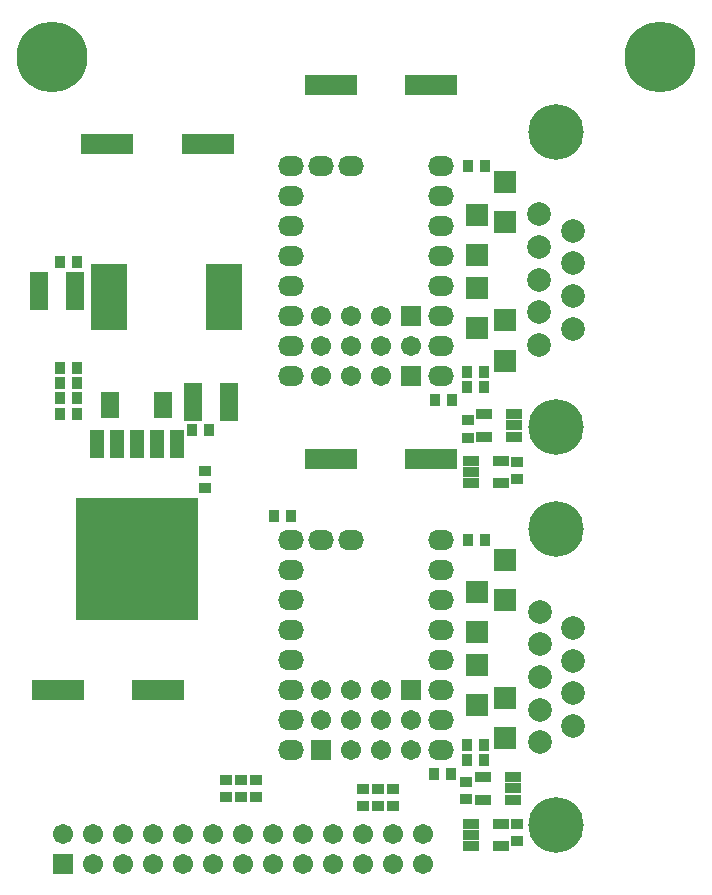
<source format=gts>
G04*
G04 #@! TF.GenerationSoftware,Altium Limited,Altium Designer,20.0.13 (296)*
G04*
G04 Layer_Color=8388736*
%FSLAX25Y25*%
%MOIN*%
G70*
G01*
G75*
%ADD26R,0.17335X0.06706*%
%ADD27R,0.03753X0.03950*%
%ADD28R,0.07800X0.07200*%
%ADD29R,0.05800X0.03300*%
%ADD30R,0.03950X0.03753*%
%ADD31R,0.12217X0.22060*%
%ADD32R,0.06200X0.12800*%
%ADD33R,0.06300X0.08800*%
%ADD34R,0.05000X0.09300*%
%ADD35R,0.40800X0.40800*%
%ADD36C,0.06706*%
%ADD37R,0.06706X0.06706*%
%ADD38O,0.08674X0.06706*%
%ADD39O,0.08674X0.06706*%
%ADD40C,0.18517*%
%ADD41C,0.07887*%
%ADD42C,0.23622*%
D26*
X455721Y235500D02*
D03*
X489280D02*
D03*
X472221Y417500D02*
D03*
X505780D02*
D03*
X546721Y312500D02*
D03*
X580279D02*
D03*
X546721Y437000D02*
D03*
X580279D02*
D03*
D27*
X527791Y293500D02*
D03*
X533500D02*
D03*
X592646Y410000D02*
D03*
X598354D02*
D03*
X592146Y341500D02*
D03*
X597854D02*
D03*
X592146Y336500D02*
D03*
X597854D02*
D03*
X587354Y332000D02*
D03*
X581646D02*
D03*
X592500Y285500D02*
D03*
X598209D02*
D03*
X592146Y217000D02*
D03*
X597854D02*
D03*
X592146Y212000D02*
D03*
X597854D02*
D03*
X586854Y207500D02*
D03*
X581146D02*
D03*
X500646Y322000D02*
D03*
X506354D02*
D03*
X462264Y342681D02*
D03*
X456555D02*
D03*
Y337681D02*
D03*
X462264D02*
D03*
X456555Y332681D02*
D03*
X462264D02*
D03*
Y327500D02*
D03*
X456555D02*
D03*
X462354Y378000D02*
D03*
X456646D02*
D03*
D28*
X605000Y404664D02*
D03*
Y391264D02*
D03*
X595500Y393758D02*
D03*
Y380358D02*
D03*
Y369453D02*
D03*
Y356053D02*
D03*
X605000Y358547D02*
D03*
Y345147D02*
D03*
Y278853D02*
D03*
Y265453D02*
D03*
X595500Y267947D02*
D03*
Y254547D02*
D03*
Y243642D02*
D03*
Y230242D02*
D03*
X605000Y232736D02*
D03*
Y219336D02*
D03*
D29*
X608000Y323550D02*
D03*
Y319750D02*
D03*
X598000Y327250D02*
D03*
X608000D02*
D03*
X598000Y319750D02*
D03*
X593500Y307950D02*
D03*
Y311750D02*
D03*
X603500Y304250D02*
D03*
X593500D02*
D03*
X603500Y311750D02*
D03*
X607500Y202550D02*
D03*
Y198750D02*
D03*
X597500Y206250D02*
D03*
X607500D02*
D03*
X597500Y198750D02*
D03*
X593500Y186950D02*
D03*
Y190750D02*
D03*
X603500Y183250D02*
D03*
X593500D02*
D03*
X603500Y190750D02*
D03*
D30*
X592500Y319500D02*
D03*
Y325209D02*
D03*
X609000Y311354D02*
D03*
Y305646D02*
D03*
X592000Y199146D02*
D03*
Y204854D02*
D03*
X609000Y190854D02*
D03*
Y185146D02*
D03*
X567500Y196646D02*
D03*
Y202354D02*
D03*
X562500Y196646D02*
D03*
Y202354D02*
D03*
X557500Y196646D02*
D03*
Y202354D02*
D03*
X522000Y199646D02*
D03*
Y205354D02*
D03*
X517000Y199646D02*
D03*
Y205354D02*
D03*
X512000Y199646D02*
D03*
Y205354D02*
D03*
X505000Y302646D02*
D03*
Y308354D02*
D03*
D31*
X472905Y366500D02*
D03*
X511095D02*
D03*
D32*
X501000Y331500D02*
D03*
X513000D02*
D03*
X461500Y368500D02*
D03*
X449500D02*
D03*
D33*
X473100Y330500D02*
D03*
X490900D02*
D03*
D34*
X495600Y317500D02*
D03*
X488900D02*
D03*
X482200D02*
D03*
X475500D02*
D03*
X468800D02*
D03*
D35*
X482200Y278900D02*
D03*
D36*
X553500Y225500D02*
D03*
Y235500D02*
D03*
X563500Y225500D02*
D03*
Y235500D02*
D03*
X573500Y225500D02*
D03*
X543500Y235500D02*
D03*
Y225500D02*
D03*
X553500Y215500D02*
D03*
X563500D02*
D03*
X573500D02*
D03*
X553500Y350000D02*
D03*
Y360000D02*
D03*
X563500Y350000D02*
D03*
Y360000D02*
D03*
X573500Y350000D02*
D03*
X543500Y360000D02*
D03*
Y350000D02*
D03*
X563500Y340000D02*
D03*
X553500D02*
D03*
X543500D02*
D03*
X507500Y187500D02*
D03*
Y177500D02*
D03*
X487500Y187500D02*
D03*
Y177500D02*
D03*
X457500Y187500D02*
D03*
X467500Y177500D02*
D03*
Y187500D02*
D03*
X477500Y177500D02*
D03*
Y187500D02*
D03*
X497500D02*
D03*
Y177500D02*
D03*
X517500D02*
D03*
Y187500D02*
D03*
X527500Y177500D02*
D03*
X537500D02*
D03*
X547500D02*
D03*
Y187500D02*
D03*
X537500D02*
D03*
X527500D02*
D03*
X557500Y177500D02*
D03*
Y187500D02*
D03*
X567500Y177500D02*
D03*
Y187500D02*
D03*
X577500Y177500D02*
D03*
Y187500D02*
D03*
D37*
X573500Y235500D02*
D03*
X543500Y215500D02*
D03*
X573500Y360000D02*
D03*
Y340000D02*
D03*
X457500Y177500D02*
D03*
D38*
X583500Y380000D02*
D03*
Y370000D02*
D03*
Y360000D02*
D03*
Y350000D02*
D03*
Y340000D02*
D03*
Y390000D02*
D03*
Y400000D02*
D03*
Y410000D02*
D03*
X533500D02*
D03*
Y400000D02*
D03*
Y390000D02*
D03*
Y340000D02*
D03*
Y350000D02*
D03*
Y360000D02*
D03*
Y370000D02*
D03*
Y380000D02*
D03*
X583500Y255500D02*
D03*
Y245500D02*
D03*
Y235500D02*
D03*
Y225500D02*
D03*
Y215500D02*
D03*
Y265500D02*
D03*
Y275500D02*
D03*
Y285500D02*
D03*
X533500D02*
D03*
Y275500D02*
D03*
Y265500D02*
D03*
Y215500D02*
D03*
Y225500D02*
D03*
Y235500D02*
D03*
Y245500D02*
D03*
Y255500D02*
D03*
D39*
X543500Y410000D02*
D03*
X553500D02*
D03*
X543500Y285500D02*
D03*
X553500D02*
D03*
D40*
X622000Y190500D02*
D03*
Y288886D02*
D03*
X621910Y421335D02*
D03*
Y322949D02*
D03*
D41*
X616409Y239693D02*
D03*
Y250598D02*
D03*
Y261504D02*
D03*
Y228787D02*
D03*
Y217882D02*
D03*
X627591Y234240D02*
D03*
Y223335D02*
D03*
Y245146D02*
D03*
Y256051D02*
D03*
X627500Y388500D02*
D03*
Y377594D02*
D03*
Y355784D02*
D03*
Y366689D02*
D03*
X616319Y350331D02*
D03*
Y361236D02*
D03*
Y393953D02*
D03*
Y383047D02*
D03*
Y372142D02*
D03*
D42*
X454000Y446500D02*
D03*
X656500D02*
D03*
M02*

</source>
